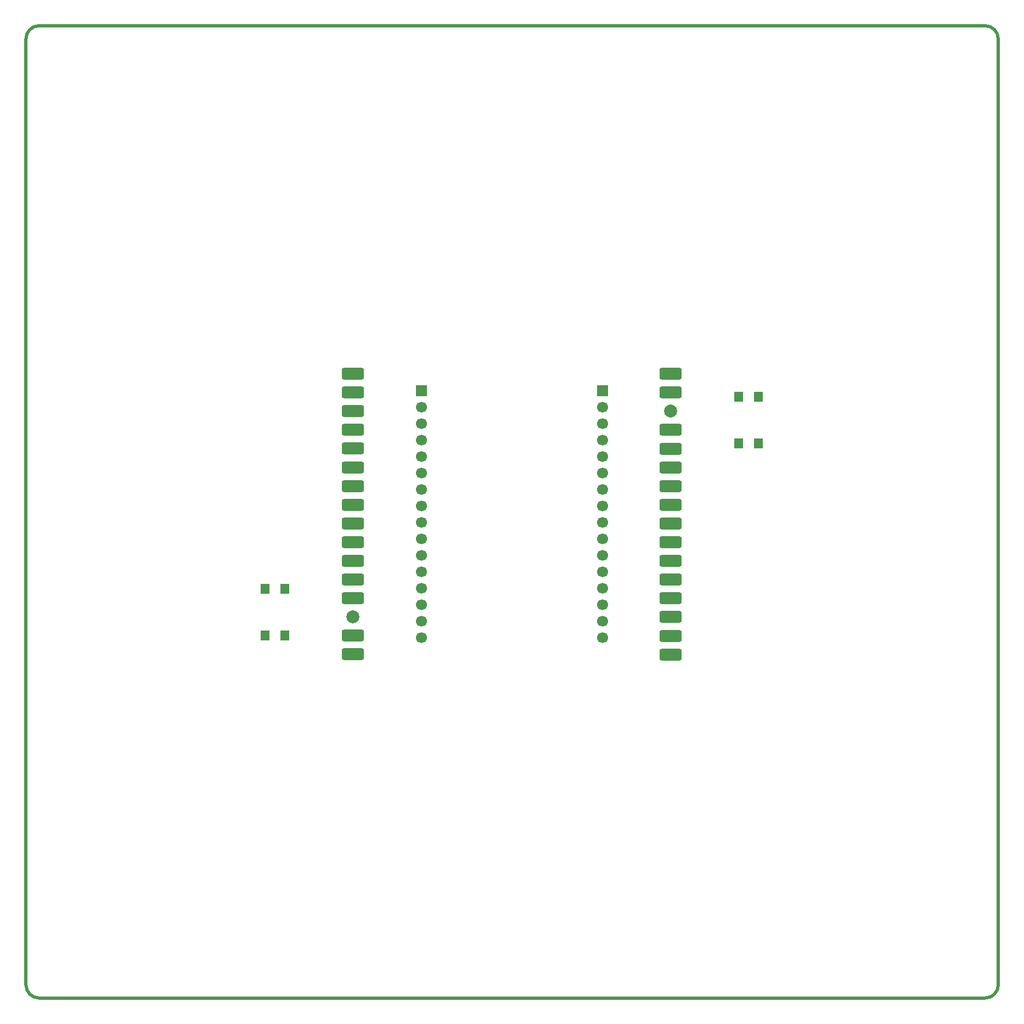
<source format=gbr>
%TF.GenerationSoftware,KiCad,Pcbnew,9.0.4*%
%TF.CreationDate,2025-11-21T09:49:57+00:00*%
%TF.ProjectId,PyBoardTester,5079426f-6172-4645-9465-737465722e6b,rev?*%
%TF.SameCoordinates,Original*%
%TF.FileFunction,Soldermask,Top*%
%TF.FilePolarity,Negative*%
%FSLAX46Y46*%
G04 Gerber Fmt 4.6, Leading zero omitted, Abs format (unit mm)*
G04 Created by KiCad (PCBNEW 9.0.4) date 2025-11-21 09:49:57*
%MOMM*%
%LPD*%
G01*
G04 APERTURE LIST*
G04 Aperture macros list*
%AMRoundRect*
0 Rectangle with rounded corners*
0 $1 Rounding radius*
0 $2 $3 $4 $5 $6 $7 $8 $9 X,Y pos of 4 corners*
0 Add a 4 corners polygon primitive as box body*
4,1,4,$2,$3,$4,$5,$6,$7,$8,$9,$2,$3,0*
0 Add four circle primitives for the rounded corners*
1,1,$1+$1,$2,$3*
1,1,$1+$1,$4,$5*
1,1,$1+$1,$6,$7*
1,1,$1+$1,$8,$9*
0 Add four rect primitives between the rounded corners*
20,1,$1+$1,$2,$3,$4,$5,0*
20,1,$1+$1,$4,$5,$6,$7,0*
20,1,$1+$1,$6,$7,$8,$9,0*
20,1,$1+$1,$8,$9,$2,$3,0*%
G04 Aperture macros list end*
%ADD10RoundRect,0.250000X-1.450000X-0.650000X1.450000X-0.650000X1.450000X0.650000X-1.450000X0.650000X0*%
%ADD11C,2.000000*%
%ADD12R,1.400000X1.600000*%
%ADD13R,1.700000X1.700000*%
%ADD14C,1.700000*%
%TA.AperFunction,Profile*%
%ADD15C,0.500000*%
%TD*%
G04 APERTURE END LIST*
D10*
%TO.C,TP1*%
X70440681Y-82689022D03*
%TD*%
%TO.C,TP11*%
X70440681Y-97122355D03*
%TD*%
%TO.C,TP22*%
X119464000Y-111567300D03*
%TD*%
D11*
%TO.C,TP27*%
X70440681Y-120215689D03*
%TD*%
D10*
%TO.C,TP24*%
X119464000Y-114453966D03*
%TD*%
%TO.C,TP3*%
X70440681Y-85575689D03*
%TD*%
%TO.C,TP32*%
X119464000Y-126000633D03*
%TD*%
%TO.C,TP14*%
X119464000Y-100020633D03*
%TD*%
%TO.C,TP25*%
X70440681Y-117329022D03*
%TD*%
%TO.C,TP17*%
X70440681Y-105782355D03*
%TD*%
%TO.C,TP10*%
X119464000Y-94247300D03*
%TD*%
%TO.C,TP9*%
X70440681Y-94235689D03*
%TD*%
D12*
%TO.C,~{RST}#1*%
X129964000Y-93400633D03*
X129964000Y-86200633D03*
X132964000Y-93400633D03*
X132964000Y-86200633D03*
%TD*%
D10*
%TO.C,TP21*%
X70440681Y-111555689D03*
%TD*%
%TO.C,TP20*%
X119464000Y-108680633D03*
%TD*%
%TO.C,TP26*%
X119464000Y-117340633D03*
%TD*%
%TO.C,TP28*%
X119464000Y-120227300D03*
%TD*%
%TO.C,TP5*%
X70440681Y-88462355D03*
%TD*%
%TO.C,TP7*%
X70440681Y-91349022D03*
%TD*%
%TO.C,TP30*%
X119464000Y-123113966D03*
%TD*%
%TO.C,TP15*%
X70440681Y-102895689D03*
%TD*%
D13*
%TO.C,J1*%
X81030000Y-85312633D03*
D14*
X81030000Y-87852633D03*
X81030000Y-90392633D03*
X81030000Y-92932633D03*
X81030000Y-95472633D03*
X81030000Y-98012633D03*
X81030000Y-100552633D03*
X81030000Y-103092633D03*
X81030000Y-105632633D03*
X81030000Y-108172633D03*
X81030000Y-110712633D03*
X81030000Y-113252633D03*
X81030000Y-115792633D03*
X81030000Y-118332633D03*
X81030000Y-120872633D03*
X81030000Y-123412633D03*
%TD*%
D10*
%TO.C,TP13*%
X70440681Y-100009022D03*
%TD*%
%TO.C,TP12*%
X119464000Y-97133966D03*
%TD*%
%TO.C,TP23*%
X70440681Y-114442355D03*
%TD*%
%TO.C,TP18*%
X119464000Y-105793966D03*
%TD*%
%TO.C,TP16*%
X119464000Y-102907300D03*
%TD*%
%TO.C,TP2*%
X119464000Y-82700633D03*
%TD*%
D12*
%TO.C,~{RST}#2*%
X56914000Y-123050633D03*
X56914000Y-115850633D03*
X59914000Y-123050633D03*
X59914000Y-115850633D03*
%TD*%
D10*
%TO.C,TP8*%
X119464000Y-91360633D03*
%TD*%
D11*
%TO.C,TP6*%
X119464000Y-88473966D03*
%TD*%
D13*
%TO.C,J2*%
X108964000Y-85300633D03*
D14*
X108964000Y-87840633D03*
X108964000Y-90380633D03*
X108964000Y-92920633D03*
X108964000Y-95460633D03*
X108964000Y-98000633D03*
X108964000Y-100540633D03*
X108964000Y-103080633D03*
X108964000Y-105620633D03*
X108964000Y-108160633D03*
X108964000Y-110700633D03*
X108964000Y-113240633D03*
X108964000Y-115780633D03*
X108964000Y-118320633D03*
X108964000Y-120860633D03*
X108964000Y-123400633D03*
%TD*%
D10*
%TO.C,TP19*%
X70440681Y-108669022D03*
%TD*%
%TO.C,TP31*%
X70440681Y-125989022D03*
%TD*%
%TO.C,TP4*%
X119464000Y-85587300D03*
%TD*%
%TO.C,TP29*%
X70440681Y-123102355D03*
%TD*%
D15*
X170000000Y-31000000D02*
X170000000Y-177000000D01*
X22000000Y-179000000D02*
G75*
G02*
X20000000Y-177000000I0J2000000D01*
G01*
X22000000Y-29000000D02*
X168000000Y-29000000D01*
X168000000Y-179000000D02*
X22000000Y-179000000D01*
X168000000Y-29000000D02*
G75*
G02*
X170000000Y-31000000I0J-2000000D01*
G01*
X20000000Y-177000000D02*
X20000000Y-31000000D01*
X170000000Y-177000000D02*
G75*
G02*
X168000000Y-179000000I-2000000J0D01*
G01*
X20000000Y-31000000D02*
G75*
G02*
X22000000Y-29000000I2000000J0D01*
G01*
M02*

</source>
